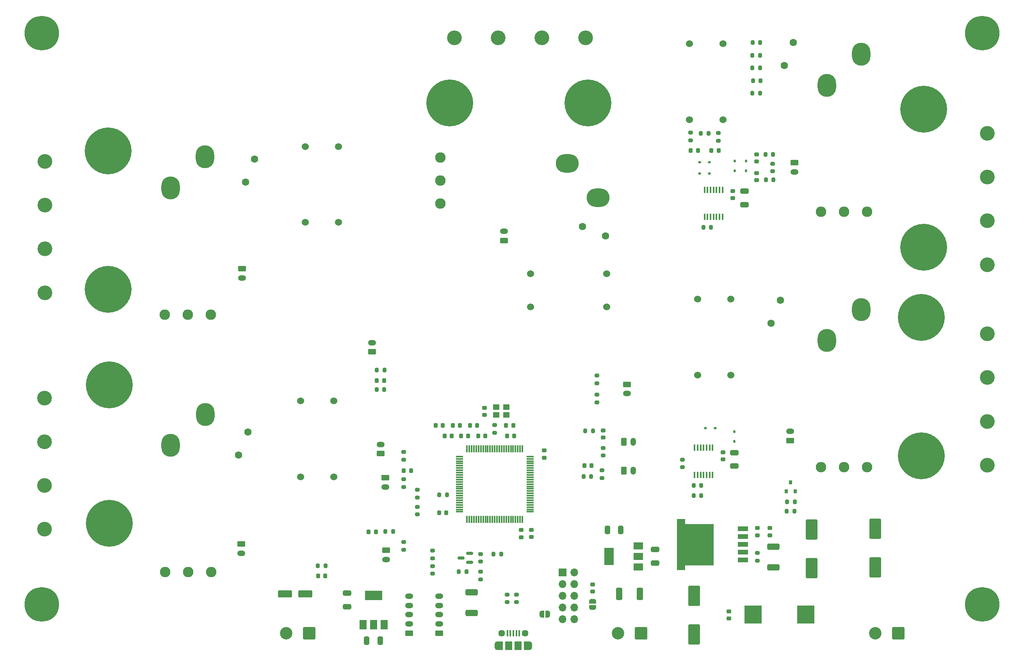
<source format=gbr>
%TF.GenerationSoftware,KiCad,Pcbnew,7.0.5*%
%TF.CreationDate,2023-06-14T16:30:10+07:00*%
%TF.ProjectId,Smart CB STM32 PCB,536d6172-7420-4434-9220-53544d333220,rev?*%
%TF.SameCoordinates,Original*%
%TF.FileFunction,Soldermask,Top*%
%TF.FilePolarity,Negative*%
%FSLAX46Y46*%
G04 Gerber Fmt 4.6, Leading zero omitted, Abs format (unit mm)*
G04 Created by KiCad (PCBNEW 7.0.5) date 2023-06-14 16:30:10*
%MOMM*%
%LPD*%
G01*
G04 APERTURE LIST*
G04 Aperture macros list*
%AMRoundRect*
0 Rectangle with rounded corners*
0 $1 Rounding radius*
0 $2 $3 $4 $5 $6 $7 $8 $9 X,Y pos of 4 corners*
0 Add a 4 corners polygon primitive as box body*
4,1,4,$2,$3,$4,$5,$6,$7,$8,$9,$2,$3,0*
0 Add four circle primitives for the rounded corners*
1,1,$1+$1,$2,$3*
1,1,$1+$1,$4,$5*
1,1,$1+$1,$6,$7*
1,1,$1+$1,$8,$9*
0 Add four rect primitives between the rounded corners*
20,1,$1+$1,$2,$3,$4,$5,0*
20,1,$1+$1,$4,$5,$6,$7,0*
20,1,$1+$1,$6,$7,$8,$9,0*
20,1,$1+$1,$8,$9,$2,$3,0*%
%AMFreePoly0*
4,1,19,0.500000,-0.750000,0.000000,-0.750000,0.000000,-0.744911,-0.071157,-0.744911,-0.207708,-0.704816,-0.327430,-0.627875,-0.420627,-0.520320,-0.479746,-0.390866,-0.500000,-0.250000,-0.500000,0.250000,-0.479746,0.390866,-0.420627,0.520320,-0.327430,0.627875,-0.207708,0.704816,-0.071157,0.744911,0.000000,0.744911,0.000000,0.750000,0.500000,0.750000,0.500000,-0.750000,0.500000,-0.750000,
$1*%
%AMFreePoly1*
4,1,19,0.000000,0.744911,0.071157,0.744911,0.207708,0.704816,0.327430,0.627875,0.420627,0.520320,0.479746,0.390866,0.500000,0.250000,0.500000,-0.250000,0.479746,-0.390866,0.420627,-0.520320,0.327430,-0.627875,0.207708,-0.704816,0.071157,-0.744911,0.000000,-0.744911,0.000000,-0.750000,-0.500000,-0.750000,-0.500000,0.750000,0.000000,0.750000,0.000000,0.744911,0.000000,0.744911,
$1*%
G04 Aperture macros list end*
%ADD10C,0.010000*%
%ADD11RoundRect,0.225000X0.250000X-0.225000X0.250000X0.225000X-0.250000X0.225000X-0.250000X-0.225000X0*%
%ADD12RoundRect,0.200000X-0.200000X-0.275000X0.200000X-0.275000X0.200000X0.275000X-0.200000X0.275000X0*%
%ADD13RoundRect,0.200000X-0.275000X0.200000X-0.275000X-0.200000X0.275000X-0.200000X0.275000X0.200000X0*%
%ADD14C,2.286000*%
%ADD15O,4.000000X5.000000*%
%ADD16RoundRect,0.112500X0.112500X-0.187500X0.112500X0.187500X-0.112500X0.187500X-0.112500X-0.187500X0*%
%ADD17C,1.600000*%
%ADD18C,1.524000*%
%ADD19R,3.850000X3.900000*%
%ADD20RoundRect,0.225000X-0.225000X-0.250000X0.225000X-0.250000X0.225000X0.250000X-0.225000X0.250000X0*%
%ADD21C,10.160000*%
%ADD22RoundRect,0.218750X-0.218750X-0.256250X0.218750X-0.256250X0.218750X0.256250X-0.218750X0.256250X0*%
%ADD23RoundRect,0.225000X-0.250000X0.225000X-0.250000X-0.225000X0.250000X-0.225000X0.250000X0.225000X0*%
%ADD24O,3.200000X3.200000*%
%ADD25RoundRect,0.200000X0.275000X-0.200000X0.275000X0.200000X-0.275000X0.200000X-0.275000X-0.200000X0*%
%ADD26RoundRect,0.225000X0.225000X0.250000X-0.225000X0.250000X-0.225000X-0.250000X0.225000X-0.250000X0*%
%ADD27RoundRect,0.250001X1.099999X1.099999X-1.099999X1.099999X-1.099999X-1.099999X1.099999X-1.099999X0*%
%ADD28C,2.700000*%
%ADD29R,1.500000X2.000000*%
%ADD30R,3.800000X2.000000*%
%ADD31RoundRect,0.200000X0.200000X0.275000X-0.200000X0.275000X-0.200000X-0.275000X0.200000X-0.275000X0*%
%ADD32RoundRect,0.250000X-0.325000X-0.650000X0.325000X-0.650000X0.325000X0.650000X-0.325000X0.650000X0*%
%ADD33R,2.000000X1.500000*%
%ADD34R,2.000000X3.800000*%
%ADD35FreePoly0,0.000000*%
%ADD36FreePoly1,0.000000*%
%ADD37R,1.700000X1.700000*%
%ADD38O,1.700000X1.700000*%
%ADD39RoundRect,0.250000X-0.650000X0.325000X-0.650000X-0.325000X0.650000X-0.325000X0.650000X0.325000X0*%
%ADD40RoundRect,0.250000X-0.625000X0.350000X-0.625000X-0.350000X0.625000X-0.350000X0.625000X0.350000X0*%
%ADD41O,1.750000X1.200000*%
%ADD42RoundRect,0.250000X-1.075000X0.425000X-1.075000X-0.425000X1.075000X-0.425000X1.075000X0.425000X0*%
%ADD43RoundRect,0.250000X0.625000X-0.350000X0.625000X0.350000X-0.625000X0.350000X-0.625000X-0.350000X0*%
%ADD44R,0.400000X1.350000*%
%ADD45O,1.200000X1.900000*%
%ADD46R,1.200000X1.900000*%
%ADD47C,1.450000*%
%ADD48R,1.500000X1.900000*%
%ADD49RoundRect,0.250000X1.000000X-1.950000X1.000000X1.950000X-1.000000X1.950000X-1.000000X-1.950000X0*%
%ADD50C,7.500000*%
%ADD51R,2.160000X1.070000*%
%ADD52RoundRect,0.250000X0.325000X0.650000X-0.325000X0.650000X-0.325000X-0.650000X0.325000X-0.650000X0*%
%ADD53R,0.450000X1.475000*%
%ADD54RoundRect,0.250000X-0.350000X-0.625000X0.350000X-0.625000X0.350000X0.625000X-0.350000X0.625000X0*%
%ADD55O,1.200000X1.750000*%
%ADD56RoundRect,0.075000X-0.075000X0.725000X-0.075000X-0.725000X0.075000X-0.725000X0.075000X0.725000X0*%
%ADD57RoundRect,0.075000X-0.725000X0.075000X-0.725000X-0.075000X0.725000X-0.075000X0.725000X0.075000X0*%
%ADD58RoundRect,0.250000X1.075000X-0.425000X1.075000X0.425000X-1.075000X0.425000X-1.075000X-0.425000X0*%
%ADD59RoundRect,0.218750X0.218750X0.256250X-0.218750X0.256250X-0.218750X-0.256250X0.218750X-0.256250X0*%
%ADD60RoundRect,0.250000X-1.000000X1.950000X-1.000000X-1.950000X1.000000X-1.950000X1.000000X1.950000X0*%
%ADD61RoundRect,0.250000X1.250000X0.550000X-1.250000X0.550000X-1.250000X-0.550000X1.250000X-0.550000X0*%
%ADD62RoundRect,0.150000X0.587500X0.150000X-0.587500X0.150000X-0.587500X-0.150000X0.587500X-0.150000X0*%
%ADD63R,0.800000X0.900000*%
%ADD64RoundRect,0.218750X0.256250X-0.218750X0.256250X0.218750X-0.256250X0.218750X-0.256250X-0.218750X0*%
%ADD65R,1.400000X1.200000*%
%ADD66FreePoly0,270.000000*%
%ADD67FreePoly1,270.000000*%
%ADD68RoundRect,0.112500X0.187500X0.112500X-0.187500X0.112500X-0.187500X-0.112500X0.187500X-0.112500X0*%
%ADD69O,5.000000X4.000000*%
%ADD70RoundRect,0.112500X-0.187500X-0.112500X0.187500X-0.112500X0.187500X0.112500X-0.187500X0.112500X0*%
%ADD71RoundRect,0.250000X0.650000X-0.325000X0.650000X0.325000X-0.650000X0.325000X-0.650000X-0.325000X0*%
%ADD72RoundRect,0.112500X-0.112500X0.187500X-0.112500X-0.187500X0.112500X-0.187500X0.112500X0.187500X0*%
%ADD73RoundRect,0.250000X0.425000X1.075000X-0.425000X1.075000X-0.425000X-1.075000X0.425000X-1.075000X0*%
G04 APERTURE END LIST*
%TO.C,U35*%
D10*
X192485000Y-134550000D02*
X198685000Y-134550000D01*
X198685000Y-143450000D01*
X192485000Y-143450000D01*
X192485000Y-144500000D01*
X190815000Y-144500000D01*
X190815000Y-133500000D01*
X192485000Y-133500000D01*
X192485000Y-134550000D01*
G36*
X192485000Y-134550000D02*
G01*
X198685000Y-134550000D01*
X198685000Y-143450000D01*
X192485000Y-143450000D01*
X192485000Y-144500000D01*
X190815000Y-144500000D01*
X190815000Y-133500000D01*
X192485000Y-133500000D01*
X192485000Y-134550000D01*
G37*
%TD*%
D11*
%TO.C,C5*%
X172460000Y-149218700D03*
X172460000Y-147668700D03*
%TD*%
D12*
%TO.C,R84*%
X207275000Y-38300000D03*
X208925000Y-38300000D03*
%TD*%
D11*
%TO.C,C60*%
X202000000Y-155088700D03*
X202000000Y-153538700D03*
%TD*%
D13*
%TO.C,R26*%
X131500000Y-138500000D03*
X131500000Y-140150000D03*
%TD*%
D14*
%TO.C,U31*%
X79750000Y-145000000D03*
X84750000Y-145000000D03*
X89750000Y-145000000D03*
D15*
X88500000Y-110750000D03*
X81000000Y-117500000D03*
%TD*%
D16*
%TO.C,D30*%
X205800000Y-57900000D03*
X205800000Y-55800000D03*
%TD*%
D13*
%TO.C,R61*%
X134500000Y-127175000D03*
X134500000Y-128825000D03*
%TD*%
D17*
%TO.C,RV1*%
X170250000Y-70000000D03*
X175250000Y-72000000D03*
%TD*%
D18*
%TO.C,U14*%
X110188000Y-52588700D03*
X117388000Y-52588700D03*
X117388000Y-69088700D03*
X110188000Y-69088700D03*
%TD*%
D19*
%TO.C,L1*%
X218750000Y-154250000D03*
X207250000Y-154250000D03*
%TD*%
D20*
%TO.C,C16*%
X145910000Y-113168700D03*
X147460000Y-113168700D03*
%TD*%
D13*
%TO.C,R27*%
X174800000Y-118060000D03*
X174800000Y-119710000D03*
%TD*%
D21*
%TO.C,J16*%
X141460000Y-43130000D03*
%TD*%
%TO.C,J25*%
X244250000Y-74500000D03*
%TD*%
D22*
%TO.C,D10*%
X123893749Y-136250000D03*
X125468749Y-136250000D03*
%TD*%
D23*
%TO.C,C18*%
X159210000Y-135843700D03*
X159210000Y-137393700D03*
%TD*%
D24*
%TO.C,U3*%
X53653000Y-107213700D03*
X53653000Y-116713700D03*
X53653000Y-126213700D03*
X53653000Y-135713700D03*
%TD*%
D25*
%TO.C,R87*%
X211500000Y-58000000D03*
X211500000Y-56350000D03*
%TD*%
D21*
%TO.C,J28*%
X67688000Y-134388700D03*
%TD*%
D26*
%TO.C,C6*%
X155260000Y-113168700D03*
X153710000Y-113168700D03*
%TD*%
D27*
%TO.C,J2*%
X183000000Y-158250000D03*
D28*
X178000000Y-158250000D03*
%TD*%
D29*
%TO.C,U34*%
X122700000Y-156400000D03*
X125000000Y-156400000D03*
D30*
X125000000Y-150100000D03*
D29*
X127300000Y-156400000D03*
%TD*%
D31*
%TO.C,R16*%
X129218750Y-136212500D03*
X127568750Y-136212500D03*
%TD*%
D14*
%TO.C,U16*%
X79688000Y-89088700D03*
X84688000Y-89088700D03*
X89688000Y-89088700D03*
D15*
X88438000Y-54838700D03*
X80938000Y-61588700D03*
%TD*%
D23*
%TO.C,C17*%
X161960000Y-118618700D03*
X161960000Y-120168700D03*
%TD*%
D32*
%TO.C,C58*%
X175662500Y-135850000D03*
X178612500Y-135850000D03*
%TD*%
D31*
%TO.C,R20*%
X127325000Y-101175000D03*
X125675000Y-101175000D03*
%TD*%
D26*
%TO.C,C45*%
X199800000Y-53500000D03*
X198250000Y-53500000D03*
%TD*%
%TO.C,C46*%
X195325000Y-53500000D03*
X193775000Y-53500000D03*
%TD*%
D31*
%TO.C,R19*%
X145110000Y-144918700D03*
X143460000Y-144918700D03*
%TD*%
D33*
%TO.C,U33*%
X182362500Y-143900000D03*
X182362500Y-141600000D03*
D34*
X176062500Y-141600000D03*
D33*
X182362500Y-139300000D03*
%TD*%
D17*
%TO.C,RV4*%
X214025000Y-35050000D03*
X216025000Y-30050000D03*
%TD*%
D35*
%TO.C,JP1*%
X161450000Y-154168700D03*
D36*
X162750000Y-154168700D03*
%TD*%
D25*
%TO.C,R17*%
X148210000Y-142743700D03*
X148210000Y-141093700D03*
%TD*%
D23*
%TO.C,C7*%
X149010000Y-109368700D03*
X149010000Y-110918700D03*
%TD*%
D11*
%TO.C,C43*%
X208050000Y-59900000D03*
X208050000Y-58350000D03*
%TD*%
D25*
%TO.C,R114*%
X137750000Y-145350000D03*
X137750000Y-143700000D03*
%TD*%
D23*
%TO.C,C55*%
X208200000Y-135450000D03*
X208200000Y-137000000D03*
%TD*%
D37*
%TO.C,J4*%
X165960000Y-145048700D03*
D38*
X168500000Y-145048700D03*
X165960000Y-147588700D03*
X168500000Y-147588700D03*
X165960000Y-150128700D03*
X168500000Y-150128700D03*
X165960000Y-152668700D03*
X168500000Y-152668700D03*
X165960000Y-155208700D03*
X168500000Y-155208700D03*
%TD*%
D39*
%TO.C,C59*%
X119200000Y-149554500D03*
X119200000Y-152504500D03*
%TD*%
D40*
%TO.C,J8*%
X179975000Y-104250000D03*
D41*
X179975000Y-106250000D03*
%TD*%
D24*
%TO.C,U7*%
X258050000Y-121775000D03*
X258050000Y-112275000D03*
X258050000Y-102775000D03*
X258050000Y-93275000D03*
%TD*%
D40*
%TO.C,J18*%
X96438000Y-79150700D03*
D41*
X96438000Y-81150700D03*
%TD*%
D42*
%TO.C,D41*%
X211700000Y-139500000D03*
X211700000Y-144000000D03*
%TD*%
D43*
%TO.C,J30*%
X124675000Y-97175000D03*
D41*
X124675000Y-95175000D03*
%TD*%
D44*
%TO.C,J5*%
X154000000Y-158308700D03*
X154650000Y-158308700D03*
X155300000Y-158308700D03*
X155950000Y-158308700D03*
X156600000Y-158308700D03*
D45*
X151800000Y-161008700D03*
D46*
X152400000Y-161008700D03*
D47*
X152800000Y-158308700D03*
D48*
X154300000Y-161008700D03*
X156300000Y-161008700D03*
D47*
X157800000Y-158308700D03*
D46*
X158200000Y-161008700D03*
D45*
X158800000Y-161008700D03*
%TD*%
D43*
%TO.C,J15*%
X153250000Y-73025000D03*
D41*
X153250000Y-71025000D03*
%TD*%
D25*
%TO.C,R60*%
X134500000Y-132500000D03*
X134500000Y-130850000D03*
%TD*%
D43*
%TO.C,J13*%
X126500000Y-119300000D03*
D41*
X126500000Y-117300000D03*
%TD*%
D25*
%TO.C,R14*%
X173425000Y-104000000D03*
X173425000Y-102350000D03*
%TD*%
D43*
%TO.C,J6*%
X132710000Y-158250000D03*
D41*
X132710000Y-156250000D03*
X132710000Y-154250000D03*
X132710000Y-152250000D03*
X132710000Y-150250000D03*
%TD*%
D40*
%TO.C,J27*%
X96300000Y-138925000D03*
D41*
X96300000Y-140925000D03*
%TD*%
D49*
%TO.C,C61*%
X194500000Y-158538700D03*
X194500000Y-150138700D03*
%TD*%
D40*
%TO.C,J12*%
X127718750Y-140250000D03*
D41*
X127718750Y-142250000D03*
%TD*%
D50*
%TO.C,H4*%
X257000000Y-28000000D03*
%TD*%
D17*
%TO.C,RV5*%
X95688000Y-119588700D03*
X97688000Y-114588700D03*
%TD*%
D23*
%TO.C,C54*%
X210950000Y-135450000D03*
X210950000Y-137000000D03*
%TD*%
D18*
%TO.C,U9*%
X175500000Y-80250000D03*
X175500000Y-87450000D03*
X159000000Y-87450000D03*
X159000000Y-80250000D03*
%TD*%
%TO.C,U24*%
X193525000Y-30250000D03*
X200725000Y-30250000D03*
X200725000Y-46750000D03*
X193525000Y-46750000D03*
%TD*%
D43*
%TO.C,J7*%
X139210000Y-158250000D03*
D41*
X139210000Y-156250000D03*
X139210000Y-154250000D03*
X139210000Y-152250000D03*
X139210000Y-150250000D03*
%TD*%
D21*
%TO.C,J20*%
X67438000Y-53588700D03*
%TD*%
D11*
%TO.C,C35*%
X200750000Y-120550000D03*
X200750000Y-119000000D03*
%TD*%
D51*
%TO.C,U35*%
X205085000Y-142400000D03*
X205085000Y-140700000D03*
X205085000Y-139000000D03*
X205085000Y-137300000D03*
X205085000Y-135600000D03*
%TD*%
D31*
%TO.C,R93*%
X197600000Y-49750000D03*
X195950000Y-49750000D03*
%TD*%
D52*
%TO.C,C57*%
X126425000Y-159895000D03*
X123475000Y-159895000D03*
%TD*%
D53*
%TO.C,U23*%
X200650000Y-62000000D03*
X200000000Y-62000000D03*
X199350000Y-62000000D03*
X198700000Y-62000000D03*
X198050000Y-62000000D03*
X197400000Y-62000000D03*
X196750000Y-62000000D03*
X196750000Y-67876000D03*
X197400000Y-67876000D03*
X198050000Y-67876000D03*
X198700000Y-67876000D03*
X199350000Y-67876000D03*
X200000000Y-67876000D03*
X200650000Y-67876000D03*
%TD*%
D11*
%TO.C,C44*%
X208050000Y-55850000D03*
X208050000Y-54300000D03*
%TD*%
D13*
%TO.C,R94*%
X199775000Y-49675000D03*
X199775000Y-51325000D03*
%TD*%
D26*
%TO.C,C22*%
X140010000Y-113168700D03*
X138460000Y-113168700D03*
%TD*%
D40*
%TO.C,J9*%
X127550000Y-124500000D03*
D41*
X127550000Y-126500000D03*
%TD*%
D24*
%TO.C,U6*%
X258050000Y-78250000D03*
X258050000Y-68750000D03*
X258050000Y-59250000D03*
X258050000Y-49750000D03*
%TD*%
D54*
%TO.C,J11*%
X179250000Y-116750000D03*
D55*
X181250000Y-116750000D03*
%TD*%
D53*
%TO.C,U18*%
X198500000Y-118000000D03*
X197850000Y-118000000D03*
X197200000Y-118000000D03*
X196550000Y-118000000D03*
X195900000Y-118000000D03*
X195250000Y-118000000D03*
X194600000Y-118000000D03*
X194600000Y-123876000D03*
X195250000Y-123876000D03*
X195900000Y-123876000D03*
X196550000Y-123876000D03*
X197200000Y-123876000D03*
X197850000Y-123876000D03*
X198500000Y-123876000D03*
%TD*%
D13*
%TO.C,R3*%
X155975000Y-149878700D03*
X155975000Y-151528700D03*
%TD*%
D24*
%TO.C,U5*%
X171000000Y-29000000D03*
X161500000Y-29000000D03*
X152000000Y-29000000D03*
X142500000Y-29000000D03*
%TD*%
D18*
%TO.C,U19*%
X195250000Y-85750000D03*
X202450000Y-85750000D03*
X202450000Y-102250000D03*
X195250000Y-102250000D03*
%TD*%
D13*
%TO.C,R4*%
X153975000Y-149878700D03*
X153975000Y-151528700D03*
%TD*%
D56*
%TO.C,U2*%
X157250000Y-118238700D03*
X156750000Y-118238700D03*
X156250000Y-118238700D03*
X155750000Y-118238700D03*
X155250000Y-118238700D03*
X154750000Y-118238700D03*
X154250000Y-118238700D03*
X153750000Y-118238700D03*
X153250000Y-118238700D03*
X152750000Y-118238700D03*
X152250000Y-118238700D03*
X151750000Y-118238700D03*
X151250000Y-118238700D03*
X150750000Y-118238700D03*
X150250000Y-118238700D03*
X149750000Y-118238700D03*
X149250000Y-118238700D03*
X148750000Y-118238700D03*
X148250000Y-118238700D03*
X147750000Y-118238700D03*
X147250000Y-118238700D03*
X146750000Y-118238700D03*
X146250000Y-118238700D03*
X145750000Y-118238700D03*
X145250000Y-118238700D03*
D57*
X143575000Y-119913700D03*
X143575000Y-120413700D03*
X143575000Y-120913700D03*
X143575000Y-121413700D03*
X143575000Y-121913700D03*
X143575000Y-122413700D03*
X143575000Y-122913700D03*
X143575000Y-123413700D03*
X143575000Y-123913700D03*
X143575000Y-124413700D03*
X143575000Y-124913700D03*
X143575000Y-125413700D03*
X143575000Y-125913700D03*
X143575000Y-126413700D03*
X143575000Y-126913700D03*
X143575000Y-127413700D03*
X143575000Y-127913700D03*
X143575000Y-128413700D03*
X143575000Y-128913700D03*
X143575000Y-129413700D03*
X143575000Y-129913700D03*
X143575000Y-130413700D03*
X143575000Y-130913700D03*
X143575000Y-131413700D03*
X143575000Y-131913700D03*
D56*
X145250000Y-133588700D03*
X145750000Y-133588700D03*
X146250000Y-133588700D03*
X146750000Y-133588700D03*
X147250000Y-133588700D03*
X147750000Y-133588700D03*
X148250000Y-133588700D03*
X148750000Y-133588700D03*
X149250000Y-133588700D03*
X149750000Y-133588700D03*
X150250000Y-133588700D03*
X150750000Y-133588700D03*
X151250000Y-133588700D03*
X151750000Y-133588700D03*
X152250000Y-133588700D03*
X152750000Y-133588700D03*
X153250000Y-133588700D03*
X153750000Y-133588700D03*
X154250000Y-133588700D03*
X154750000Y-133588700D03*
X155250000Y-133588700D03*
X155750000Y-133588700D03*
X156250000Y-133588700D03*
X156750000Y-133588700D03*
X157250000Y-133588700D03*
D57*
X158925000Y-131913700D03*
X158925000Y-131413700D03*
X158925000Y-130913700D03*
X158925000Y-130413700D03*
X158925000Y-129913700D03*
X158925000Y-129413700D03*
X158925000Y-128913700D03*
X158925000Y-128413700D03*
X158925000Y-127913700D03*
X158925000Y-127413700D03*
X158925000Y-126913700D03*
X158925000Y-126413700D03*
X158925000Y-125913700D03*
X158925000Y-125413700D03*
X158925000Y-124913700D03*
X158925000Y-124413700D03*
X158925000Y-123913700D03*
X158925000Y-123413700D03*
X158925000Y-122913700D03*
X158925000Y-122413700D03*
X158925000Y-121913700D03*
X158925000Y-121413700D03*
X158925000Y-120913700D03*
X158925000Y-120413700D03*
X158925000Y-119913700D03*
%TD*%
D13*
%TO.C,R95*%
X193775000Y-49600000D03*
X193775000Y-51250000D03*
%TD*%
%TO.C,R8*%
X151260000Y-113093700D03*
X151260000Y-114743700D03*
%TD*%
D14*
%TO.C,U21*%
X222000000Y-122225200D03*
X227000000Y-122225200D03*
X232000000Y-122225200D03*
D15*
X230750000Y-87975200D03*
X223250000Y-94725200D03*
%TD*%
D21*
%TO.C,J17*%
X171460000Y-43130000D03*
%TD*%
D31*
%TO.C,R98*%
X198150000Y-70176000D03*
X196500000Y-70176000D03*
%TD*%
D50*
%TO.C,H1*%
X257000000Y-152000000D03*
%TD*%
D21*
%TO.C,J29*%
X67688000Y-104388700D03*
%TD*%
D58*
%TO.C,D1*%
X146210000Y-153918700D03*
X146210000Y-149418700D03*
%TD*%
D26*
%TO.C,C21*%
X143710000Y-113168700D03*
X142160000Y-113168700D03*
%TD*%
D59*
%TO.C,FB1*%
X141960000Y-115418700D03*
X140385000Y-115418700D03*
%TD*%
D26*
%TO.C,C20*%
X145510000Y-115418700D03*
X143960000Y-115418700D03*
%TD*%
D12*
%TO.C,R2*%
X151020000Y-141078700D03*
X152670000Y-141078700D03*
%TD*%
D60*
%TO.C,C4*%
X233750000Y-135600000D03*
X233750000Y-144000000D03*
%TD*%
D59*
%TO.C,D6*%
X127249999Y-103400002D03*
X125674999Y-103400002D03*
%TD*%
D61*
%TO.C,C3*%
X110200000Y-149750000D03*
X105800000Y-149750000D03*
%TD*%
D20*
%TO.C,C10*%
X139185000Y-132168700D03*
X140735000Y-132168700D03*
%TD*%
D18*
%TO.C,U29*%
X109188000Y-107838700D03*
X116388000Y-107838700D03*
X116388000Y-124338700D03*
X109188000Y-124338700D03*
%TD*%
D62*
%TO.C,Q1*%
X145835000Y-142868700D03*
X145835000Y-140968700D03*
X143960000Y-141918700D03*
%TD*%
D24*
%TO.C,U4*%
X53688000Y-55838700D03*
X53688000Y-65338700D03*
X53688000Y-74838700D03*
X53688000Y-84338700D03*
%TD*%
D21*
%TO.C,J22*%
X243750000Y-119750000D03*
%TD*%
D63*
%TO.C,U22*%
X214500200Y-127500000D03*
X216400200Y-127500000D03*
X215450200Y-125500000D03*
%TD*%
D64*
%TO.C,D9*%
X174800000Y-115810000D03*
X174800000Y-114235000D03*
%TD*%
D11*
%TO.C,C41*%
X202888000Y-63838000D03*
X202888000Y-62288000D03*
%TD*%
D65*
%TO.C,Y1*%
X153760000Y-109218700D03*
X151560000Y-109218700D03*
X151560000Y-110918700D03*
X153760000Y-110918700D03*
%TD*%
D21*
%TO.C,J26*%
X244250000Y-44500000D03*
%TD*%
D13*
%TO.C,R120*%
X208200000Y-140850000D03*
X208200000Y-142500000D03*
%TD*%
D43*
%TO.C,J21*%
X215323200Y-116470000D03*
D41*
X215323200Y-114470000D03*
%TD*%
D31*
%TO.C,R80*%
X196025000Y-126200000D03*
X194375000Y-126200000D03*
%TD*%
D22*
%TO.C,D8*%
X170674999Y-121896446D03*
X172249999Y-121896446D03*
%TD*%
D31*
%TO.C,R7*%
X140900000Y-128250000D03*
X139250000Y-128250000D03*
%TD*%
D12*
%TO.C,R79*%
X194400000Y-128400000D03*
X196050000Y-128400000D03*
%TD*%
%TO.C,R86*%
X207125000Y-32800000D03*
X208775000Y-32800000D03*
%TD*%
D54*
%TO.C,J10*%
X179250000Y-122950000D03*
D55*
X181250000Y-122950000D03*
%TD*%
D60*
%TO.C,C53*%
X219950000Y-135750000D03*
X219950000Y-144150000D03*
%TD*%
D66*
%TO.C,JP2*%
X172460000Y-151368800D03*
D67*
X172460000Y-152668800D03*
%TD*%
D68*
%TO.C,D33*%
X197775000Y-56000000D03*
X195675000Y-56000000D03*
%TD*%
D12*
%TO.C,R83*%
X207125000Y-41050000D03*
X208775000Y-41050000D03*
%TD*%
D11*
%TO.C,C8*%
X156960000Y-137443700D03*
X156960000Y-135893700D03*
%TD*%
D12*
%TO.C,R82*%
X214675200Y-129750000D03*
X216325200Y-129750000D03*
%TD*%
D13*
%TO.C,R25*%
X174500000Y-122925000D03*
X174500000Y-124575000D03*
%TD*%
D14*
%TO.C,U11*%
X139460000Y-55000000D03*
X139460000Y-60000000D03*
X139460000Y-65000000D03*
D69*
X173710000Y-63750000D03*
X166960000Y-56250000D03*
%TD*%
D70*
%TO.C,D34*%
X195675000Y-58500000D03*
X197775000Y-58500000D03*
%TD*%
D13*
%TO.C,R115*%
X137750000Y-140350000D03*
X137750000Y-142000000D03*
%TD*%
D31*
%TO.C,R6*%
X127287499Y-105400002D03*
X125637499Y-105400002D03*
%TD*%
D17*
%TO.C,RV2*%
X97188000Y-60338700D03*
X99188000Y-55338700D03*
%TD*%
D25*
%TO.C,R15*%
X173425000Y-108150000D03*
X173425000Y-106500000D03*
%TD*%
D16*
%TO.C,D25*%
X203250000Y-116600000D03*
X203250000Y-114500000D03*
%TD*%
D70*
%TO.C,D28*%
X196973200Y-113750000D03*
X199073200Y-113750000D03*
%TD*%
D12*
%TO.C,R5*%
X112920000Y-143660000D03*
X114570000Y-143660000D03*
%TD*%
D31*
%TO.C,R91*%
X211625000Y-54350000D03*
X209975000Y-54350000D03*
%TD*%
D12*
%TO.C,R13*%
X170900000Y-114310000D03*
X172550000Y-114310000D03*
%TD*%
D27*
%TO.C,J1*%
X111027500Y-158300000D03*
D28*
X106027500Y-158300000D03*
%TD*%
D21*
%TO.C,J23*%
X243750000Y-89750000D03*
%TD*%
D50*
%TO.C,H2*%
X53000000Y-28000000D03*
%TD*%
D71*
%TO.C,C36*%
X203250000Y-122000000D03*
X203250000Y-119050000D03*
%TD*%
D39*
%TO.C,C56*%
X186062500Y-140100000D03*
X186062500Y-143050000D03*
%TD*%
D12*
%TO.C,R88*%
X207200000Y-30050000D03*
X208850000Y-30050000D03*
%TD*%
%TO.C,R12*%
X170525000Y-124250000D03*
X172175000Y-124250000D03*
%TD*%
D13*
%TO.C,R22*%
X131537500Y-124850000D03*
X131537500Y-126500000D03*
%TD*%
D31*
%TO.C,R81*%
X216250000Y-131750000D03*
X214600000Y-131750000D03*
%TD*%
D72*
%TO.C,D31*%
X203300000Y-55800000D03*
X203300000Y-57900000D03*
%TD*%
D14*
%TO.C,U26*%
X222025000Y-66800000D03*
X227025000Y-66800000D03*
X232025000Y-66800000D03*
D15*
X230775000Y-32550000D03*
X223275000Y-39300000D03*
%TD*%
D12*
%TO.C,R85*%
X207125000Y-35550000D03*
X208775000Y-35550000D03*
%TD*%
D13*
%TO.C,R78*%
X192000000Y-120575000D03*
X192000000Y-122225000D03*
%TD*%
D40*
%TO.C,J24*%
X216300000Y-56100000D03*
D41*
X216300000Y-58100000D03*
%TD*%
D20*
%TO.C,C14*%
X147660000Y-115418700D03*
X149210000Y-115418700D03*
%TD*%
D26*
%TO.C,C12*%
X155460000Y-115418700D03*
X153910000Y-115418700D03*
%TD*%
D59*
%TO.C,D5*%
X114505000Y-145840000D03*
X112930000Y-145840000D03*
%TD*%
D22*
%TO.C,D7*%
X131500000Y-123000000D03*
X133075000Y-123000000D03*
%TD*%
D73*
%TO.C,D3*%
X182722500Y-149700000D03*
X178222500Y-149700000D03*
%TD*%
D25*
%TO.C,R28*%
X131500000Y-120575000D03*
X131500000Y-118925000D03*
%TD*%
D21*
%TO.C,J19*%
X67438000Y-83588700D03*
%TD*%
D27*
%TO.C,J3*%
X238750000Y-158300000D03*
D28*
X233750000Y-158300000D03*
%TD*%
D31*
%TO.C,R90*%
X211700000Y-59850000D03*
X210050000Y-59850000D03*
%TD*%
D71*
%TO.C,C42*%
X205388000Y-65238000D03*
X205388000Y-62288000D03*
%TD*%
D17*
%TO.C,RV3*%
X211200000Y-91000000D03*
X213200000Y-86000000D03*
%TD*%
D50*
%TO.C,H3*%
X53000000Y-152000000D03*
%TD*%
D25*
%TO.C,R18*%
X148210000Y-146568700D03*
X148210000Y-144918700D03*
%TD*%
M02*

</source>
